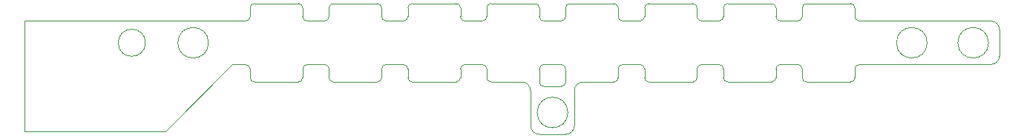
<source format=gm1>
G04 #@! TF.GenerationSoftware,KiCad,Pcbnew,(5.1.6-0-10_14)*
G04 #@! TF.CreationDate,2020-08-07T14:57:57+09:00*
G04 #@! TF.ProjectId,qPCR-ledarray_1x8,71504352-2d6c-4656-9461-727261795f31,rev?*
G04 #@! TF.SameCoordinates,Original*
G04 #@! TF.FileFunction,Profile,NP*
%FSLAX46Y46*%
G04 Gerber Fmt 4.6, Leading zero omitted, Abs format (unit mm)*
G04 Created by KiCad (PCBNEW (5.1.6-0-10_14)) date 2020-08-07 14:57:57*
%MOMM*%
%LPD*%
G01*
G04 APERTURE LIST*
G04 #@! TA.AperFunction,Profile*
%ADD10C,0.100000*%
G04 #@! TD*
G04 APERTURE END LIST*
D10*
X133500000Y-118500000D02*
X135500000Y-118500000D01*
X131000000Y-118000000D02*
G75*
G02*
X132000000Y-119000000I0J-1000000D01*
G01*
X137000000Y-119000000D02*
G75*
G02*
X138000000Y-118000000I1000000J0D01*
G01*
X135500000Y-116000000D02*
X133500000Y-116000000D01*
X144500000Y-116000000D02*
X142500000Y-116000000D01*
X153500000Y-116000000D02*
X151500000Y-116000000D01*
X162500000Y-116000000D02*
X160500000Y-116000000D01*
X184500000Y-111000000D02*
X169500000Y-111000000D01*
X160500000Y-111000000D02*
X162500000Y-111000000D01*
X151500000Y-111000000D02*
X153500000Y-111000000D01*
X142500000Y-111000000D02*
X144500000Y-111000000D01*
X133500000Y-111000000D02*
X135500000Y-111000000D01*
X124500000Y-111000000D02*
X126500000Y-111000000D01*
X115500000Y-111000000D02*
X117500000Y-111000000D01*
X106500000Y-111000000D02*
X108500000Y-111000000D01*
X124500000Y-116000000D02*
X126500000Y-116000000D01*
X115500000Y-116000000D02*
X117500000Y-116000000D01*
X106500000Y-116000000D02*
X108500000Y-116000000D01*
X163500000Y-118000000D02*
G75*
G02*
X163000000Y-117500000I0J500000D01*
G01*
X162500000Y-116000000D02*
G75*
G02*
X163000000Y-116500000I0J-500000D01*
G01*
X163000000Y-116500000D02*
X163000000Y-117500000D01*
X168500000Y-118000000D02*
X163500000Y-118000000D01*
X169000000Y-117500000D02*
X169000000Y-116500000D01*
X169000000Y-117500000D02*
G75*
G02*
X168500000Y-118000000I-500000J0D01*
G01*
X169000000Y-116500000D02*
G75*
G02*
X169500000Y-116000000I500000J0D01*
G01*
X154000000Y-116500000D02*
X154000000Y-117500000D01*
X153500000Y-116000000D02*
G75*
G02*
X154000000Y-116500000I0J-500000D01*
G01*
X160000000Y-117500000D02*
G75*
G02*
X159500000Y-118000000I-500000J0D01*
G01*
X160000000Y-116500000D02*
G75*
G02*
X160500000Y-116000000I500000J0D01*
G01*
X160000000Y-117500000D02*
X160000000Y-116500000D01*
X154500000Y-118000000D02*
G75*
G02*
X154000000Y-117500000I0J500000D01*
G01*
X159500000Y-118000000D02*
X154500000Y-118000000D01*
X150500000Y-118000000D02*
X145500000Y-118000000D01*
X145000000Y-116500000D02*
X145000000Y-117500000D01*
X151000000Y-117500000D02*
G75*
G02*
X150500000Y-118000000I-500000J0D01*
G01*
X151000000Y-116500000D02*
G75*
G02*
X151500000Y-116000000I500000J0D01*
G01*
X144500000Y-116000000D02*
G75*
G02*
X145000000Y-116500000I0J-500000D01*
G01*
X151000000Y-117500000D02*
X151000000Y-116500000D01*
X145500000Y-118000000D02*
G75*
G02*
X145000000Y-117500000I0J500000D01*
G01*
X142000000Y-117500000D02*
X142000000Y-116500000D01*
X142000000Y-116500000D02*
G75*
G02*
X142500000Y-116000000I500000J0D01*
G01*
X135500000Y-116000000D02*
G75*
G02*
X136000000Y-116500000I0J-500000D01*
G01*
X136000000Y-116500000D02*
X136000000Y-118000000D01*
X142000000Y-117500000D02*
G75*
G02*
X141500000Y-118000000I-500000J0D01*
G01*
X133500000Y-118500000D02*
G75*
G02*
X133000000Y-118000000I0J500000D01*
G01*
X141500000Y-118000000D02*
X138000000Y-118000000D01*
X133000000Y-118000000D02*
X133000000Y-116500000D01*
X131000000Y-118000000D02*
X127500000Y-118000000D01*
X136000000Y-118000000D02*
G75*
G02*
X135500000Y-118500000I-500000J0D01*
G01*
X127500000Y-118000000D02*
G75*
G02*
X127000000Y-117500000I0J500000D01*
G01*
X126500000Y-116000000D02*
G75*
G02*
X127000000Y-116500000I0J-500000D01*
G01*
X127000000Y-116500000D02*
X127000000Y-117500000D01*
X133000000Y-116500000D02*
G75*
G02*
X133500000Y-116000000I500000J0D01*
G01*
X117500000Y-116000000D02*
G75*
G02*
X118000000Y-116500000I0J-500000D01*
G01*
X124000000Y-117500000D02*
G75*
G02*
X123500000Y-118000000I-500000J0D01*
G01*
X118000000Y-116500000D02*
X118000000Y-117500000D01*
X123500000Y-118000000D02*
X118500000Y-118000000D01*
X124000000Y-116500000D02*
G75*
G02*
X124500000Y-116000000I500000J0D01*
G01*
X118500000Y-118000000D02*
G75*
G02*
X118000000Y-117500000I0J500000D01*
G01*
X124000000Y-117500000D02*
X124000000Y-116500000D01*
X109000000Y-116500000D02*
X109000000Y-117500000D01*
X108500000Y-116000000D02*
G75*
G02*
X109000000Y-116500000I0J-500000D01*
G01*
X114500000Y-118000000D02*
X109500000Y-118000000D01*
X115000000Y-116500000D02*
G75*
G02*
X115500000Y-116000000I500000J0D01*
G01*
X109500000Y-118000000D02*
G75*
G02*
X109000000Y-117500000I0J500000D01*
G01*
X115000000Y-117500000D02*
G75*
G02*
X114500000Y-118000000I-500000J0D01*
G01*
X115000000Y-117500000D02*
X115000000Y-116500000D01*
X100000000Y-116500000D02*
X100000000Y-117500000D01*
X106000000Y-117500000D02*
X106000000Y-116500000D01*
X99500000Y-116000000D02*
G75*
G02*
X100000000Y-116500000I0J-500000D01*
G01*
X106000000Y-116500000D02*
G75*
G02*
X106500000Y-116000000I500000J0D01*
G01*
X105500000Y-118000000D02*
X100500000Y-118000000D01*
X106000000Y-117500000D02*
G75*
G02*
X105500000Y-118000000I-500000J0D01*
G01*
X100500000Y-118000000D02*
G75*
G02*
X100000000Y-117500000I0J500000D01*
G01*
X163500000Y-109000000D02*
X168500000Y-109000000D01*
X163000000Y-109500000D02*
G75*
G02*
X163500000Y-109000000I500000J0D01*
G01*
X168500000Y-109000000D02*
G75*
G02*
X169000000Y-109500000I0J-500000D01*
G01*
X163000000Y-110500000D02*
G75*
G02*
X162500000Y-111000000I-500000J0D01*
G01*
X169500000Y-111000000D02*
G75*
G02*
X169000000Y-110500000I0J500000D01*
G01*
X169000000Y-110500000D02*
X169000000Y-109500000D01*
X163000000Y-109500000D02*
X163000000Y-110500000D01*
X154000000Y-109500000D02*
G75*
G02*
X154500000Y-109000000I500000J0D01*
G01*
X154500000Y-109000000D02*
X159500000Y-109000000D01*
X160500000Y-111000000D02*
G75*
G02*
X160000000Y-110500000I0J500000D01*
G01*
X159500000Y-109000000D02*
G75*
G02*
X160000000Y-109500000I0J-500000D01*
G01*
X154000000Y-110500000D02*
G75*
G02*
X153500000Y-111000000I-500000J0D01*
G01*
X160000000Y-110500000D02*
X160000000Y-109500000D01*
X154000000Y-109500000D02*
X154000000Y-110500000D01*
X151000000Y-110500000D02*
X151000000Y-109500000D01*
X145500000Y-109000000D02*
X150500000Y-109000000D01*
X145000000Y-109500000D02*
G75*
G02*
X145500000Y-109000000I500000J0D01*
G01*
X145000000Y-109500000D02*
X145000000Y-110500000D01*
X151500000Y-111000000D02*
G75*
G02*
X151000000Y-110500000I0J500000D01*
G01*
X145000000Y-110500000D02*
G75*
G02*
X144500000Y-111000000I-500000J0D01*
G01*
X150500000Y-109000000D02*
G75*
G02*
X151000000Y-109500000I0J-500000D01*
G01*
X136500000Y-109000000D02*
X141500000Y-109000000D01*
X142000000Y-110500000D02*
X142000000Y-109500000D01*
X142500000Y-111000000D02*
G75*
G02*
X142000000Y-110500000I0J500000D01*
G01*
X136000000Y-109500000D02*
X136000000Y-110500000D01*
X136000000Y-110500000D02*
G75*
G02*
X135500000Y-111000000I-500000J0D01*
G01*
X136000000Y-109500000D02*
G75*
G02*
X136500000Y-109000000I500000J0D01*
G01*
X141500000Y-109000000D02*
G75*
G02*
X142000000Y-109500000I0J-500000D01*
G01*
X133000000Y-110500000D02*
X133000000Y-109500000D01*
X127500000Y-109000000D02*
X132500000Y-109000000D01*
X133500000Y-111000000D02*
G75*
G02*
X133000000Y-110500000I0J500000D01*
G01*
X127000000Y-109500000D02*
X127000000Y-110500000D01*
X127000000Y-110500000D02*
G75*
G02*
X126500000Y-111000000I-500000J0D01*
G01*
X132500000Y-109000000D02*
G75*
G02*
X133000000Y-109500000I0J-500000D01*
G01*
X127000000Y-109500000D02*
G75*
G02*
X127500000Y-109000000I500000J0D01*
G01*
X118000000Y-109500000D02*
G75*
G02*
X118500000Y-109000000I500000J0D01*
G01*
X118000000Y-109500000D02*
X118000000Y-110500000D01*
X118000000Y-110500000D02*
G75*
G02*
X117500000Y-111000000I-500000J0D01*
G01*
X123500000Y-109000000D02*
G75*
G02*
X124000000Y-109500000I0J-500000D01*
G01*
X118500000Y-109000000D02*
X123500000Y-109000000D01*
X124000000Y-110500000D02*
X124000000Y-109500000D01*
X124500000Y-111000000D02*
G75*
G02*
X124000000Y-110500000I0J500000D01*
G01*
X109000000Y-109500000D02*
G75*
G02*
X109500000Y-109000000I500000J0D01*
G01*
X109000000Y-109500000D02*
X109000000Y-110500000D01*
X109000000Y-110500000D02*
G75*
G02*
X108500000Y-111000000I-500000J0D01*
G01*
X114500000Y-109000000D02*
G75*
G02*
X115000000Y-109500000I0J-500000D01*
G01*
X115500000Y-111000000D02*
G75*
G02*
X115000000Y-110500000I0J500000D01*
G01*
X115000000Y-110500000D02*
X115000000Y-109500000D01*
X109500000Y-109000000D02*
X114500000Y-109000000D01*
X100500000Y-109000000D02*
X105500000Y-109000000D01*
X105500000Y-109000000D02*
G75*
G02*
X106000000Y-109500000I0J-500000D01*
G01*
X100000000Y-109500000D02*
G75*
G02*
X100500000Y-109000000I500000J0D01*
G01*
X106500000Y-111000000D02*
G75*
G02*
X106000000Y-110500000I0J500000D01*
G01*
X100000000Y-110500000D02*
G75*
G02*
X99500000Y-111000000I-500000J0D01*
G01*
X100000000Y-109500000D02*
X100000000Y-110500000D01*
X106000000Y-110500000D02*
X106000000Y-109500000D01*
X184500000Y-116000000D02*
X169500000Y-116000000D01*
X133000000Y-124000000D02*
G75*
G02*
X132000000Y-123000000I0J1000000D01*
G01*
X137000000Y-123000000D02*
G75*
G02*
X136000000Y-124000000I-1000000J0D01*
G01*
X133000000Y-124000000D02*
X136000000Y-124000000D01*
X132000000Y-119000000D02*
X132000000Y-123000000D01*
X137000000Y-123000000D02*
X137000000Y-119000000D01*
X136250000Y-121500000D02*
G75*
G03*
X136250000Y-121500000I-1750000J0D01*
G01*
X184250000Y-113500000D02*
G75*
G03*
X184250000Y-113500000I-1750000J0D01*
G01*
X88050000Y-113500000D02*
G75*
G03*
X88050000Y-113500000I-1550000J0D01*
G01*
X95250000Y-113500000D02*
G75*
G03*
X95250000Y-113500000I-1750000J0D01*
G01*
X177250000Y-113500000D02*
G75*
G03*
X177250000Y-113500000I-1750000J0D01*
G01*
X184500000Y-111000000D02*
G75*
G02*
X185500000Y-112000000I0J-1000000D01*
G01*
X185500000Y-115000000D02*
G75*
G02*
X184500000Y-116000000I-1000000J0D01*
G01*
X99500000Y-116000000D02*
X98000000Y-116000000D01*
X185500000Y-112000000D02*
X185500000Y-115000000D01*
X74294401Y-111000000D02*
X99500000Y-111000000D01*
X90300000Y-123700000D02*
X98000000Y-116000000D01*
X74294401Y-123700000D02*
X90300000Y-123700000D01*
X74294401Y-111000000D02*
X74294401Y-123700000D01*
M02*

</source>
